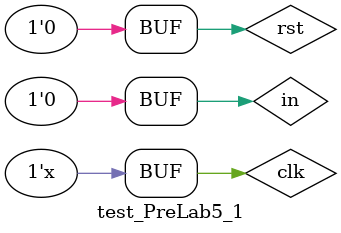
<source format=v>
`timescale 1ns / 1ps


module test_PreLab5_1;
    wire [3:0] out1, out0;
    wire state, count_enable;
    wire [15:0]LED;
    reg clk;
    reg rst;
    reg in;
   
   FSM_downcounter U0(
      .clk(clk),
      .rst(rst),
       .in(in),
       .state(state),
       .out1(out1),
       .out0(out0),
       .count_enable(count_enable),
       .LED(LED)
       );

    always
        #5 clk = ~clk;  // generate periodic clock
        
    initial
    begin
        clk=0; rst = 1; in = 0; 
        
        #10 rst = 0; in = 1;
        #10 rst = 0; in = 0;
        #10 rst = 0; in = 1;
        #10 rst = 0; in = 0;
        #10 rst = 0; in = 1;
        #10 rst = 0; in = 0;
    end    
endmodule

</source>
